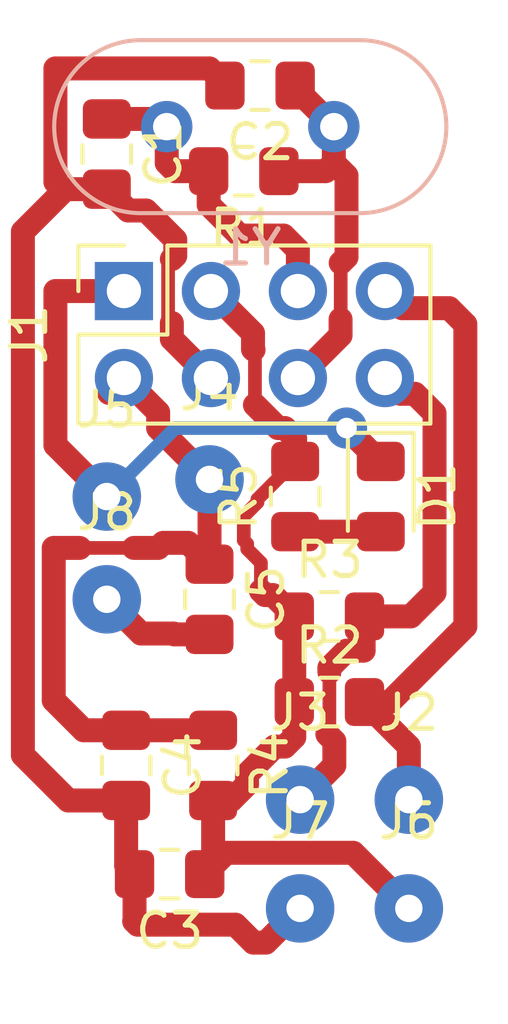
<source format=kicad_pcb>
(kicad_pcb (version 20171130) (host pcbnew 5.1.2)

  (general
    (thickness 1.6)
    (drawings 0)
    (tracks 140)
    (zones 0)
    (modules 20)
    (nets 11)
  )

  (page A4)
  (layers
    (0 F.Cu signal)
    (31 B.Cu signal)
    (32 B.Adhes user)
    (33 F.Adhes user)
    (34 B.Paste user)
    (35 F.Paste user)
    (36 B.SilkS user)
    (37 F.SilkS user)
    (38 B.Mask user)
    (39 F.Mask user)
    (40 Dwgs.User user hide)
    (41 Cmts.User user hide)
    (42 Eco1.User user hide)
    (43 Eco2.User user hide)
    (44 Edge.Cuts user hide)
    (45 Margin user hide)
    (46 B.CrtYd user)
    (47 F.CrtYd user)
    (48 B.Fab user hide)
    (49 F.Fab user)
  )

  (setup
    (last_trace_width 0.4)
    (user_trace_width 0.4)
    (user_trace_width 0.5)
    (user_trace_width 0.7)
    (trace_clearance 0.2)
    (zone_clearance 0.508)
    (zone_45_only no)
    (trace_min 0.2)
    (via_size 0.8)
    (via_drill 0.4)
    (via_min_size 0.4)
    (via_min_drill 0.3)
    (user_via 1.2 0.6)
    (uvia_size 0.3)
    (uvia_drill 0.1)
    (uvias_allowed no)
    (uvia_min_size 0.2)
    (uvia_min_drill 0.1)
    (edge_width 0.05)
    (segment_width 0.2)
    (pcb_text_width 0.3)
    (pcb_text_size 1.5 1.5)
    (mod_edge_width 0.12)
    (mod_text_size 1 1)
    (mod_text_width 0.15)
    (pad_size 1.524 1.524)
    (pad_drill 0.762)
    (pad_to_mask_clearance 0.051)
    (solder_mask_min_width 0.25)
    (aux_axis_origin 0 0)
    (visible_elements FFFFFF7F)
    (pcbplotparams
      (layerselection 0x00000_7fffffff)
      (usegerberextensions false)
      (usegerberattributes false)
      (usegerberadvancedattributes false)
      (creategerberjobfile false)
      (excludeedgelayer true)
      (linewidth 0.100000)
      (plotframeref false)
      (viasonmask false)
      (mode 1)
      (useauxorigin false)
      (hpglpennumber 1)
      (hpglpenspeed 20)
      (hpglpendiameter 15.000000)
      (psnegative false)
      (psa4output false)
      (plotreference true)
      (plotvalue true)
      (plotinvisibletext false)
      (padsonsilk false)
      (subtractmaskfromsilk false)
      (outputformat 5)
      (mirror false)
      (drillshape 1)
      (scaleselection 1)
      (outputdirectory "./"))
  )

  (net 0 "")
  (net 1 GND)
  (net 2 XTAL2)
  (net 3 XTAL1)
  (net 4 SDA)
  (net 5 SCL)
  (net 6 VCC)
  (net 7 ~RST)
  (net 8 PG4)
  (net 9 "Net-(D1-Pad2)")
  (net 10 "Net-(C5-Pad2)")

  (net_class Default "Это класс цепей по умолчанию."
    (clearance 0.2)
    (trace_width 0.25)
    (via_dia 0.8)
    (via_drill 0.4)
    (uvia_dia 0.3)
    (uvia_drill 0.1)
    (add_net GND)
    (add_net "Net-(C5-Pad2)")
    (add_net "Net-(D1-Pad2)")
    (add_net PG4)
    (add_net SCL)
    (add_net SDA)
    (add_net VCC)
    (add_net XTAL1)
    (add_net XTAL2)
    (add_net ~RST)
  )

  (module Connector_Wire:SolderWirePad_1x01_Drill0.8mm (layer F.Cu) (tedit 5A2676A0) (tstamp 5CBEAA59)
    (at 78.5 63)
    (descr "Wire solder connection")
    (tags connector)
    (path /5CBFD6F6)
    (attr virtual)
    (fp_text reference J4 (at 0 -2.54) (layer F.SilkS)
      (effects (font (size 1 1) (thickness 0.15)))
    )
    (fp_text value ~RST (at 0 2.54) (layer F.Fab)
      (effects (font (size 1 1) (thickness 0.15)))
    )
    (fp_line (start 1.5 1.5) (end -1.5 1.5) (layer F.CrtYd) (width 0.05))
    (fp_line (start 1.5 1.5) (end 1.5 -1.5) (layer F.CrtYd) (width 0.05))
    (fp_line (start -1.5 -1.5) (end -1.5 1.5) (layer F.CrtYd) (width 0.05))
    (fp_line (start -1.5 -1.5) (end 1.5 -1.5) (layer F.CrtYd) (width 0.05))
    (fp_text user %R (at 0 0) (layer F.Fab)
      (effects (font (size 1 1) (thickness 0.15)))
    )
    (pad 1 thru_hole circle (at 0 0) (size 1.99898 1.99898) (drill 0.8001) (layers *.Cu *.Mask)
      (net 7 ~RST))
  )

  (module Connector_Wire:SolderWirePad_1x01_Drill0.8mm (layer F.Cu) (tedit 5A2676A0) (tstamp 5CC25CDF)
    (at 75.5 66.5)
    (descr "Wire solder connection")
    (tags connector)
    (path /5CC2698C)
    (attr virtual)
    (fp_text reference J8 (at 0 -2.54) (layer F.SilkS)
      (effects (font (size 1 1) (thickness 0.15)))
    )
    (fp_text value DTR (at 0 2.54) (layer F.Fab)
      (effects (font (size 1 1) (thickness 0.15)))
    )
    (fp_line (start 1.5 1.5) (end -1.5 1.5) (layer F.CrtYd) (width 0.05))
    (fp_line (start 1.5 1.5) (end 1.5 -1.5) (layer F.CrtYd) (width 0.05))
    (fp_line (start -1.5 -1.5) (end -1.5 1.5) (layer F.CrtYd) (width 0.05))
    (fp_line (start -1.5 -1.5) (end 1.5 -1.5) (layer F.CrtYd) (width 0.05))
    (fp_text user %R (at 0 0) (layer F.Fab)
      (effects (font (size 1 1) (thickness 0.15)))
    )
    (pad 1 thru_hole circle (at 0 0) (size 1.99898 1.99898) (drill 0.8001) (layers *.Cu *.Mask)
      (net 10 "Net-(C5-Pad2)"))
  )

  (module Capacitor_SMD:C_0805_2012Metric_Pad1.15x1.40mm_HandSolder (layer F.Cu) (tedit 5B36C52B) (tstamp 5CC25C41)
    (at 78.5 66.5 270)
    (descr "Capacitor SMD 0805 (2012 Metric), square (rectangular) end terminal, IPC_7351 nominal with elongated pad for handsoldering. (Body size source: https://docs.google.com/spreadsheets/d/1BsfQQcO9C6DZCsRaXUlFlo91Tg2WpOkGARC1WS5S8t0/edit?usp=sharing), generated with kicad-footprint-generator")
    (tags "capacitor handsolder")
    (path /5CC25E7D)
    (attr smd)
    (fp_text reference C5 (at 0 -1.65 90) (layer F.SilkS)
      (effects (font (size 1 1) (thickness 0.15)))
    )
    (fp_text value 100n (at 0 1.65 90) (layer F.Fab)
      (effects (font (size 1 1) (thickness 0.15)))
    )
    (fp_text user %R (at 0 0 90) (layer F.Fab)
      (effects (font (size 0.5 0.5) (thickness 0.08)))
    )
    (fp_line (start 1.85 0.95) (end -1.85 0.95) (layer F.CrtYd) (width 0.05))
    (fp_line (start 1.85 -0.95) (end 1.85 0.95) (layer F.CrtYd) (width 0.05))
    (fp_line (start -1.85 -0.95) (end 1.85 -0.95) (layer F.CrtYd) (width 0.05))
    (fp_line (start -1.85 0.95) (end -1.85 -0.95) (layer F.CrtYd) (width 0.05))
    (fp_line (start -0.261252 0.71) (end 0.261252 0.71) (layer F.SilkS) (width 0.12))
    (fp_line (start -0.261252 -0.71) (end 0.261252 -0.71) (layer F.SilkS) (width 0.12))
    (fp_line (start 1 0.6) (end -1 0.6) (layer F.Fab) (width 0.1))
    (fp_line (start 1 -0.6) (end 1 0.6) (layer F.Fab) (width 0.1))
    (fp_line (start -1 -0.6) (end 1 -0.6) (layer F.Fab) (width 0.1))
    (fp_line (start -1 0.6) (end -1 -0.6) (layer F.Fab) (width 0.1))
    (pad 2 smd roundrect (at 1.025 0 270) (size 1.15 1.4) (layers F.Cu F.Paste F.Mask) (roundrect_rratio 0.217391)
      (net 10 "Net-(C5-Pad2)"))
    (pad 1 smd roundrect (at -1.025 0 270) (size 1.15 1.4) (layers F.Cu F.Paste F.Mask) (roundrect_rratio 0.217391)
      (net 7 ~RST))
    (model ${KISYS3DMOD}/Capacitor_SMD.3dshapes/C_0805_2012Metric.wrl
      (at (xyz 0 0 0))
      (scale (xyz 1 1 1))
      (rotate (xyz 0 0 0))
    )
  )

  (module Resistor_SMD:R_0805_2012Metric_Pad1.15x1.40mm_HandSolder (layer F.Cu) (tedit 5B36C52B) (tstamp 5CC12FAC)
    (at 81 63.5 90)
    (descr "Resistor SMD 0805 (2012 Metric), square (rectangular) end terminal, IPC_7351 nominal with elongated pad for handsoldering. (Body size source: https://docs.google.com/spreadsheets/d/1BsfQQcO9C6DZCsRaXUlFlo91Tg2WpOkGARC1WS5S8t0/edit?usp=sharing), generated with kicad-footprint-generator")
    (tags "resistor handsolder")
    (path /5CC17C7D)
    (attr smd)
    (fp_text reference R5 (at 0 -1.65 90) (layer F.SilkS)
      (effects (font (size 1 1) (thickness 0.15)))
    )
    (fp_text value 1K (at 0 1.65 90) (layer F.Fab)
      (effects (font (size 1 1) (thickness 0.15)))
    )
    (fp_text user %R (at 0 0 90) (layer F.Fab)
      (effects (font (size 0.5 0.5) (thickness 0.08)))
    )
    (fp_line (start 1.85 0.95) (end -1.85 0.95) (layer F.CrtYd) (width 0.05))
    (fp_line (start 1.85 -0.95) (end 1.85 0.95) (layer F.CrtYd) (width 0.05))
    (fp_line (start -1.85 -0.95) (end 1.85 -0.95) (layer F.CrtYd) (width 0.05))
    (fp_line (start -1.85 0.95) (end -1.85 -0.95) (layer F.CrtYd) (width 0.05))
    (fp_line (start -0.261252 0.71) (end 0.261252 0.71) (layer F.SilkS) (width 0.12))
    (fp_line (start -0.261252 -0.71) (end 0.261252 -0.71) (layer F.SilkS) (width 0.12))
    (fp_line (start 1 0.6) (end -1 0.6) (layer F.Fab) (width 0.1))
    (fp_line (start 1 -0.6) (end 1 0.6) (layer F.Fab) (width 0.1))
    (fp_line (start -1 -0.6) (end 1 -0.6) (layer F.Fab) (width 0.1))
    (fp_line (start -1 0.6) (end -1 -0.6) (layer F.Fab) (width 0.1))
    (pad 2 smd roundrect (at 1.025 0 90) (size 1.15 1.4) (layers F.Cu F.Paste F.Mask) (roundrect_rratio 0.217391)
      (net 6 VCC))
    (pad 1 smd roundrect (at -1.025 0 90) (size 1.15 1.4) (layers F.Cu F.Paste F.Mask) (roundrect_rratio 0.217391)
      (net 9 "Net-(D1-Pad2)"))
    (model ${KISYS3DMOD}/Resistor_SMD.3dshapes/R_0805_2012Metric.wrl
      (at (xyz 0 0 0))
      (scale (xyz 1 1 1))
      (rotate (xyz 0 0 0))
    )
  )

  (module Resistor_SMD:R_0805_2012Metric_Pad1.15x1.40mm_HandSolder (layer F.Cu) (tedit 5B36C52B) (tstamp 5CC12F9B)
    (at 78.605 71.35 270)
    (descr "Resistor SMD 0805 (2012 Metric), square (rectangular) end terminal, IPC_7351 nominal with elongated pad for handsoldering. (Body size source: https://docs.google.com/spreadsheets/d/1BsfQQcO9C6DZCsRaXUlFlo91Tg2WpOkGARC1WS5S8t0/edit?usp=sharing), generated with kicad-footprint-generator")
    (tags "resistor handsolder")
    (path /5CC1D2A1)
    (attr smd)
    (fp_text reference R4 (at 0 -1.65 90) (layer F.SilkS)
      (effects (font (size 1 1) (thickness 0.15)))
    )
    (fp_text value 1K (at 0 1.65 90) (layer F.Fab)
      (effects (font (size 1 1) (thickness 0.15)))
    )
    (fp_text user %R (at 0 0 90) (layer F.Fab)
      (effects (font (size 0.5 0.5) (thickness 0.08)))
    )
    (fp_line (start 1.85 0.95) (end -1.85 0.95) (layer F.CrtYd) (width 0.05))
    (fp_line (start 1.85 -0.95) (end 1.85 0.95) (layer F.CrtYd) (width 0.05))
    (fp_line (start -1.85 -0.95) (end 1.85 -0.95) (layer F.CrtYd) (width 0.05))
    (fp_line (start -1.85 0.95) (end -1.85 -0.95) (layer F.CrtYd) (width 0.05))
    (fp_line (start -0.261252 0.71) (end 0.261252 0.71) (layer F.SilkS) (width 0.12))
    (fp_line (start -0.261252 -0.71) (end 0.261252 -0.71) (layer F.SilkS) (width 0.12))
    (fp_line (start 1 0.6) (end -1 0.6) (layer F.Fab) (width 0.1))
    (fp_line (start 1 -0.6) (end 1 0.6) (layer F.Fab) (width 0.1))
    (fp_line (start -1 -0.6) (end 1 -0.6) (layer F.Fab) (width 0.1))
    (fp_line (start -1 0.6) (end -1 -0.6) (layer F.Fab) (width 0.1))
    (pad 2 smd roundrect (at 1.025 0 270) (size 1.15 1.4) (layers F.Cu F.Paste F.Mask) (roundrect_rratio 0.217391)
      (net 6 VCC))
    (pad 1 smd roundrect (at -1.025 0 270) (size 1.15 1.4) (layers F.Cu F.Paste F.Mask) (roundrect_rratio 0.217391)
      (net 7 ~RST))
    (model ${KISYS3DMOD}/Resistor_SMD.3dshapes/R_0805_2012Metric.wrl
      (at (xyz 0 0 0))
      (scale (xyz 1 1 1))
      (rotate (xyz 0 0 0))
    )
  )

  (module LED_SMD:LED_0805_2012Metric_Pad1.15x1.40mm_HandSolder (layer F.Cu) (tedit 5B4B45C9) (tstamp 5CC12E84)
    (at 83.5 63.5 270)
    (descr "LED SMD 0805 (2012 Metric), square (rectangular) end terminal, IPC_7351 nominal, (Body size source: https://docs.google.com/spreadsheets/d/1BsfQQcO9C6DZCsRaXUlFlo91Tg2WpOkGARC1WS5S8t0/edit?usp=sharing), generated with kicad-footprint-generator")
    (tags "LED handsolder")
    (path /5CC141EC)
    (attr smd)
    (fp_text reference D1 (at 0 -1.65 90) (layer F.SilkS)
      (effects (font (size 1 1) (thickness 0.15)))
    )
    (fp_text value LED (at 0 1.65 90) (layer F.Fab)
      (effects (font (size 1 1) (thickness 0.15)))
    )
    (fp_text user %R (at 0 0 90) (layer F.Fab)
      (effects (font (size 0.5 0.5) (thickness 0.08)))
    )
    (fp_line (start 1.85 0.95) (end -1.85 0.95) (layer F.CrtYd) (width 0.05))
    (fp_line (start 1.85 -0.95) (end 1.85 0.95) (layer F.CrtYd) (width 0.05))
    (fp_line (start -1.85 -0.95) (end 1.85 -0.95) (layer F.CrtYd) (width 0.05))
    (fp_line (start -1.85 0.95) (end -1.85 -0.95) (layer F.CrtYd) (width 0.05))
    (fp_line (start -1.86 0.96) (end 1 0.96) (layer F.SilkS) (width 0.12))
    (fp_line (start -1.86 -0.96) (end -1.86 0.96) (layer F.SilkS) (width 0.12))
    (fp_line (start 1 -0.96) (end -1.86 -0.96) (layer F.SilkS) (width 0.12))
    (fp_line (start 1 0.6) (end 1 -0.6) (layer F.Fab) (width 0.1))
    (fp_line (start -1 0.6) (end 1 0.6) (layer F.Fab) (width 0.1))
    (fp_line (start -1 -0.3) (end -1 0.6) (layer F.Fab) (width 0.1))
    (fp_line (start -0.7 -0.6) (end -1 -0.3) (layer F.Fab) (width 0.1))
    (fp_line (start 1 -0.6) (end -0.7 -0.6) (layer F.Fab) (width 0.1))
    (pad 2 smd roundrect (at 1.025 0 270) (size 1.15 1.4) (layers F.Cu F.Paste F.Mask) (roundrect_rratio 0.217391)
      (net 9 "Net-(D1-Pad2)"))
    (pad 1 smd roundrect (at -1.025 0 270) (size 1.15 1.4) (layers F.Cu F.Paste F.Mask) (roundrect_rratio 0.217391)
      (net 8 PG4))
    (model ${KISYS3DMOD}/LED_SMD.3dshapes/LED_0805_2012Metric.wrl
      (at (xyz 0 0 0))
      (scale (xyz 1 1 1))
      (rotate (xyz 0 0 0))
    )
  )

  (module Capacitor_SMD:C_0805_2012Metric_Pad1.15x1.40mm_HandSolder (layer F.Cu) (tedit 5B36C52B) (tstamp 5CC12E71)
    (at 76.065 71.35 270)
    (descr "Capacitor SMD 0805 (2012 Metric), square (rectangular) end terminal, IPC_7351 nominal with elongated pad for handsoldering. (Body size source: https://docs.google.com/spreadsheets/d/1BsfQQcO9C6DZCsRaXUlFlo91Tg2WpOkGARC1WS5S8t0/edit?usp=sharing), generated with kicad-footprint-generator")
    (tags "capacitor handsolder")
    (path /5CC1A304)
    (attr smd)
    (fp_text reference C4 (at 0 -1.65 90) (layer F.SilkS)
      (effects (font (size 1 1) (thickness 0.15)))
    )
    (fp_text value 100n (at 0 1.65 90) (layer F.Fab)
      (effects (font (size 1 1) (thickness 0.15)))
    )
    (fp_text user %R (at 0 0 90) (layer F.Fab)
      (effects (font (size 0.5 0.5) (thickness 0.08)))
    )
    (fp_line (start 1.85 0.95) (end -1.85 0.95) (layer F.CrtYd) (width 0.05))
    (fp_line (start 1.85 -0.95) (end 1.85 0.95) (layer F.CrtYd) (width 0.05))
    (fp_line (start -1.85 -0.95) (end 1.85 -0.95) (layer F.CrtYd) (width 0.05))
    (fp_line (start -1.85 0.95) (end -1.85 -0.95) (layer F.CrtYd) (width 0.05))
    (fp_line (start -0.261252 0.71) (end 0.261252 0.71) (layer F.SilkS) (width 0.12))
    (fp_line (start -0.261252 -0.71) (end 0.261252 -0.71) (layer F.SilkS) (width 0.12))
    (fp_line (start 1 0.6) (end -1 0.6) (layer F.Fab) (width 0.1))
    (fp_line (start 1 -0.6) (end 1 0.6) (layer F.Fab) (width 0.1))
    (fp_line (start -1 -0.6) (end 1 -0.6) (layer F.Fab) (width 0.1))
    (fp_line (start -1 0.6) (end -1 -0.6) (layer F.Fab) (width 0.1))
    (pad 2 smd roundrect (at 1.025 0 270) (size 1.15 1.4) (layers F.Cu F.Paste F.Mask) (roundrect_rratio 0.217391)
      (net 1 GND))
    (pad 1 smd roundrect (at -1.025 0 270) (size 1.15 1.4) (layers F.Cu F.Paste F.Mask) (roundrect_rratio 0.217391)
      (net 7 ~RST))
    (model ${KISYS3DMOD}/Capacitor_SMD.3dshapes/C_0805_2012Metric.wrl
      (at (xyz 0 0 0))
      (scale (xyz 1 1 1))
      (rotate (xyz 0 0 0))
    )
  )

  (module Capacitor_SMD:C_0805_2012Metric_Pad1.15x1.40mm_HandSolder (layer F.Cu) (tedit 5B36C52B) (tstamp 5CC13110)
    (at 77.335 74.525 180)
    (descr "Capacitor SMD 0805 (2012 Metric), square (rectangular) end terminal, IPC_7351 nominal with elongated pad for handsoldering. (Body size source: https://docs.google.com/spreadsheets/d/1BsfQQcO9C6DZCsRaXUlFlo91Tg2WpOkGARC1WS5S8t0/edit?usp=sharing), generated with kicad-footprint-generator")
    (tags "capacitor handsolder")
    (path /5CC096F5)
    (attr smd)
    (fp_text reference C3 (at 0 -1.65) (layer F.SilkS)
      (effects (font (size 1 1) (thickness 0.15)))
    )
    (fp_text value 100n (at 0 1.65) (layer F.Fab)
      (effects (font (size 1 1) (thickness 0.15)))
    )
    (fp_text user %R (at 0 0) (layer F.Fab)
      (effects (font (size 0.5 0.5) (thickness 0.08)))
    )
    (fp_line (start 1.85 0.95) (end -1.85 0.95) (layer F.CrtYd) (width 0.05))
    (fp_line (start 1.85 -0.95) (end 1.85 0.95) (layer F.CrtYd) (width 0.05))
    (fp_line (start -1.85 -0.95) (end 1.85 -0.95) (layer F.CrtYd) (width 0.05))
    (fp_line (start -1.85 0.95) (end -1.85 -0.95) (layer F.CrtYd) (width 0.05))
    (fp_line (start -0.261252 0.71) (end 0.261252 0.71) (layer F.SilkS) (width 0.12))
    (fp_line (start -0.261252 -0.71) (end 0.261252 -0.71) (layer F.SilkS) (width 0.12))
    (fp_line (start 1 0.6) (end -1 0.6) (layer F.Fab) (width 0.1))
    (fp_line (start 1 -0.6) (end 1 0.6) (layer F.Fab) (width 0.1))
    (fp_line (start -1 -0.6) (end 1 -0.6) (layer F.Fab) (width 0.1))
    (fp_line (start -1 0.6) (end -1 -0.6) (layer F.Fab) (width 0.1))
    (pad 2 smd roundrect (at 1.025 0 180) (size 1.15 1.4) (layers F.Cu F.Paste F.Mask) (roundrect_rratio 0.217391)
      (net 1 GND))
    (pad 1 smd roundrect (at -1.025 0 180) (size 1.15 1.4) (layers F.Cu F.Paste F.Mask) (roundrect_rratio 0.217391)
      (net 6 VCC))
    (model ${KISYS3DMOD}/Capacitor_SMD.3dshapes/C_0805_2012Metric.wrl
      (at (xyz 0 0 0))
      (scale (xyz 1 1 1))
      (rotate (xyz 0 0 0))
    )
  )

  (module Connector_Wire:SolderWirePad_1x01_Drill0.8mm (layer F.Cu) (tedit 5A2676A0) (tstamp 5CBEB314)
    (at 81.145 75.525)
    (descr "Wire solder connection")
    (tags connector)
    (path /5CC01AD8)
    (attr virtual)
    (fp_text reference J7 (at 0 -2.54) (layer F.SilkS)
      (effects (font (size 1 1) (thickness 0.15)))
    )
    (fp_text value GND (at 0 2.54) (layer F.Fab)
      (effects (font (size 1 1) (thickness 0.15)))
    )
    (fp_line (start 1.5 1.5) (end -1.5 1.5) (layer F.CrtYd) (width 0.05))
    (fp_line (start 1.5 1.5) (end 1.5 -1.5) (layer F.CrtYd) (width 0.05))
    (fp_line (start -1.5 -1.5) (end -1.5 1.5) (layer F.CrtYd) (width 0.05))
    (fp_line (start -1.5 -1.5) (end 1.5 -1.5) (layer F.CrtYd) (width 0.05))
    (fp_text user %R (at 0 0) (layer F.Fab)
      (effects (font (size 1 1) (thickness 0.15)))
    )
    (pad 1 thru_hole circle (at 0 0) (size 1.99898 1.99898) (drill 0.8001) (layers *.Cu *.Mask)
      (net 1 GND))
  )

  (module Connector_Wire:SolderWirePad_1x01_Drill0.8mm (layer F.Cu) (tedit 5A2676A0) (tstamp 5CBEB30A)
    (at 84.32 75.525)
    (descr "Wire solder connection")
    (tags connector)
    (path /5CC01834)
    (attr virtual)
    (fp_text reference J6 (at 0 -2.54) (layer F.SilkS)
      (effects (font (size 1 1) (thickness 0.15)))
    )
    (fp_text value VCC (at 0 2.54) (layer F.Fab)
      (effects (font (size 1 1) (thickness 0.15)))
    )
    (fp_line (start 1.5 1.5) (end -1.5 1.5) (layer F.CrtYd) (width 0.05))
    (fp_line (start 1.5 1.5) (end 1.5 -1.5) (layer F.CrtYd) (width 0.05))
    (fp_line (start -1.5 -1.5) (end -1.5 1.5) (layer F.CrtYd) (width 0.05))
    (fp_line (start -1.5 -1.5) (end 1.5 -1.5) (layer F.CrtYd) (width 0.05))
    (fp_text user %R (at 0 0) (layer F.Fab)
      (effects (font (size 1 1) (thickness 0.15)))
    )
    (pad 1 thru_hole circle (at 0 0) (size 1.99898 1.99898) (drill 0.8001) (layers *.Cu *.Mask)
      (net 6 VCC))
  )

  (module Connector_Wire:SolderWirePad_1x01_Drill0.8mm (layer F.Cu) (tedit 5A2676A0) (tstamp 5CBEAA63)
    (at 75.5 63.5)
    (descr "Wire solder connection")
    (tags connector)
    (path /5CBFDD1D)
    (attr virtual)
    (fp_text reference J5 (at 0 -2.54) (layer F.SilkS)
      (effects (font (size 1 1) (thickness 0.15)))
    )
    (fp_text value PG4 (at 0 2.54) (layer F.Fab)
      (effects (font (size 1 1) (thickness 0.15)))
    )
    (fp_line (start 1.5 1.5) (end -1.5 1.5) (layer F.CrtYd) (width 0.05))
    (fp_line (start 1.5 1.5) (end 1.5 -1.5) (layer F.CrtYd) (width 0.05))
    (fp_line (start -1.5 -1.5) (end -1.5 1.5) (layer F.CrtYd) (width 0.05))
    (fp_line (start -1.5 -1.5) (end 1.5 -1.5) (layer F.CrtYd) (width 0.05))
    (fp_text user %R (at 0 0) (layer F.Fab)
      (effects (font (size 1 1) (thickness 0.15)))
    )
    (pad 1 thru_hole circle (at 0 0) (size 1.99898 1.99898) (drill 0.8001) (layers *.Cu *.Mask)
      (net 8 PG4))
  )

  (module Crystal:Crystal_HC49-4H_Vertical (layer B.Cu) (tedit 5A1AD3B7) (tstamp 5CBEB559)
    (at 77.25 52.7)
    (descr "Crystal THT HC-49-4H http://5hertz.com/pdfs/04404_D.pdf")
    (tags "THT crystalHC-49-4H")
    (path /5CBE94E2)
    (fp_text reference Y1 (at 2.44 3.525) (layer B.SilkS)
      (effects (font (size 1 1) (thickness 0.15)) (justify mirror))
    )
    (fp_text value Crystal (at 2.44 -3.525) (layer B.Fab)
      (effects (font (size 1 1) (thickness 0.15)) (justify mirror))
    )
    (fp_arc (start 5.64 0) (end 5.64 2.525) (angle -180) (layer B.SilkS) (width 0.12))
    (fp_arc (start -0.76 0) (end -0.76 2.525) (angle 180) (layer B.SilkS) (width 0.12))
    (fp_arc (start 5.44 0) (end 5.44 2) (angle -180) (layer B.Fab) (width 0.1))
    (fp_arc (start -0.56 0) (end -0.56 2) (angle 180) (layer B.Fab) (width 0.1))
    (fp_arc (start 5.64 0) (end 5.64 2.325) (angle -180) (layer B.Fab) (width 0.1))
    (fp_arc (start -0.76 0) (end -0.76 2.325) (angle 180) (layer B.Fab) (width 0.1))
    (fp_line (start 8.5 2.8) (end -3.6 2.8) (layer B.CrtYd) (width 0.05))
    (fp_line (start 8.5 -2.8) (end 8.5 2.8) (layer B.CrtYd) (width 0.05))
    (fp_line (start -3.6 -2.8) (end 8.5 -2.8) (layer B.CrtYd) (width 0.05))
    (fp_line (start -3.6 2.8) (end -3.6 -2.8) (layer B.CrtYd) (width 0.05))
    (fp_line (start -0.76 -2.525) (end 5.64 -2.525) (layer B.SilkS) (width 0.12))
    (fp_line (start -0.76 2.525) (end 5.64 2.525) (layer B.SilkS) (width 0.12))
    (fp_line (start -0.56 -2) (end 5.44 -2) (layer B.Fab) (width 0.1))
    (fp_line (start -0.56 2) (end 5.44 2) (layer B.Fab) (width 0.1))
    (fp_line (start -0.76 -2.325) (end 5.64 -2.325) (layer B.Fab) (width 0.1))
    (fp_line (start -0.76 2.325) (end 5.64 2.325) (layer B.Fab) (width 0.1))
    (fp_text user %R (at 2.44 0) (layer B.Fab)
      (effects (font (size 1 1) (thickness 0.15)) (justify mirror))
    )
    (pad 2 thru_hole circle (at 4.88 0) (size 1.5 1.5) (drill 0.8) (layers *.Cu *.Mask)
      (net 3 XTAL1))
    (pad 1 thru_hole circle (at 0 0) (size 1.5 1.5) (drill 0.8) (layers *.Cu *.Mask)
      (net 2 XTAL2))
    (model ${KISYS3DMOD}/Crystal.3dshapes/Crystal_HC49-4H_Vertical.wrl
      (at (xyz 0 0 0))
      (scale (xyz 1 1 1))
      (rotate (xyz 0 0 0))
    )
  )

  (module Resistor_SMD:R_0805_2012Metric_Pad1.15x1.40mm_HandSolder (layer F.Cu) (tedit 5B36C52B) (tstamp 5CBEA2A4)
    (at 82 67)
    (descr "Resistor SMD 0805 (2012 Metric), square (rectangular) end terminal, IPC_7351 nominal with elongated pad for handsoldering. (Body size source: https://docs.google.com/spreadsheets/d/1BsfQQcO9C6DZCsRaXUlFlo91Tg2WpOkGARC1WS5S8t0/edit?usp=sharing), generated with kicad-footprint-generator")
    (tags "resistor handsolder")
    (path /5CBFAC86)
    (attr smd)
    (fp_text reference R3 (at 0 -1.65) (layer F.SilkS)
      (effects (font (size 1 1) (thickness 0.15)))
    )
    (fp_text value 10K (at 0 1.65) (layer F.Fab)
      (effects (font (size 1 1) (thickness 0.15)))
    )
    (fp_text user %R (at 0 0) (layer F.Fab)
      (effects (font (size 0.5 0.5) (thickness 0.08)))
    )
    (fp_line (start 1.85 0.95) (end -1.85 0.95) (layer F.CrtYd) (width 0.05))
    (fp_line (start 1.85 -0.95) (end 1.85 0.95) (layer F.CrtYd) (width 0.05))
    (fp_line (start -1.85 -0.95) (end 1.85 -0.95) (layer F.CrtYd) (width 0.05))
    (fp_line (start -1.85 0.95) (end -1.85 -0.95) (layer F.CrtYd) (width 0.05))
    (fp_line (start -0.261252 0.71) (end 0.261252 0.71) (layer F.SilkS) (width 0.12))
    (fp_line (start -0.261252 -0.71) (end 0.261252 -0.71) (layer F.SilkS) (width 0.12))
    (fp_line (start 1 0.6) (end -1 0.6) (layer F.Fab) (width 0.1))
    (fp_line (start 1 -0.6) (end 1 0.6) (layer F.Fab) (width 0.1))
    (fp_line (start -1 -0.6) (end 1 -0.6) (layer F.Fab) (width 0.1))
    (fp_line (start -1 0.6) (end -1 -0.6) (layer F.Fab) (width 0.1))
    (pad 2 smd roundrect (at 1.025 0) (size 1.15 1.4) (layers F.Cu F.Paste F.Mask) (roundrect_rratio 0.217391)
      (net 4 SDA))
    (pad 1 smd roundrect (at -1.025 0) (size 1.15 1.4) (layers F.Cu F.Paste F.Mask) (roundrect_rratio 0.217391)
      (net 6 VCC))
    (model ${KISYS3DMOD}/Resistor_SMD.3dshapes/R_0805_2012Metric.wrl
      (at (xyz 0 0 0))
      (scale (xyz 1 1 1))
      (rotate (xyz 0 0 0))
    )
  )

  (module Resistor_SMD:R_0805_2012Metric_Pad1.15x1.40mm_HandSolder (layer F.Cu) (tedit 5B36C52B) (tstamp 5CBEA293)
    (at 82 69.5)
    (descr "Resistor SMD 0805 (2012 Metric), square (rectangular) end terminal, IPC_7351 nominal with elongated pad for handsoldering. (Body size source: https://docs.google.com/spreadsheets/d/1BsfQQcO9C6DZCsRaXUlFlo91Tg2WpOkGARC1WS5S8t0/edit?usp=sharing), generated with kicad-footprint-generator")
    (tags "resistor handsolder")
    (path /5CBFA32C)
    (attr smd)
    (fp_text reference R2 (at 0 -1.65) (layer F.SilkS)
      (effects (font (size 1 1) (thickness 0.15)))
    )
    (fp_text value 10K (at 0 1.65) (layer F.Fab)
      (effects (font (size 1 1) (thickness 0.15)))
    )
    (fp_text user %R (at 0 0) (layer F.Fab)
      (effects (font (size 0.5 0.5) (thickness 0.08)))
    )
    (fp_line (start 1.85 0.95) (end -1.85 0.95) (layer F.CrtYd) (width 0.05))
    (fp_line (start 1.85 -0.95) (end 1.85 0.95) (layer F.CrtYd) (width 0.05))
    (fp_line (start -1.85 -0.95) (end 1.85 -0.95) (layer F.CrtYd) (width 0.05))
    (fp_line (start -1.85 0.95) (end -1.85 -0.95) (layer F.CrtYd) (width 0.05))
    (fp_line (start -0.261252 0.71) (end 0.261252 0.71) (layer F.SilkS) (width 0.12))
    (fp_line (start -0.261252 -0.71) (end 0.261252 -0.71) (layer F.SilkS) (width 0.12))
    (fp_line (start 1 0.6) (end -1 0.6) (layer F.Fab) (width 0.1))
    (fp_line (start 1 -0.6) (end 1 0.6) (layer F.Fab) (width 0.1))
    (fp_line (start -1 -0.6) (end 1 -0.6) (layer F.Fab) (width 0.1))
    (fp_line (start -1 0.6) (end -1 -0.6) (layer F.Fab) (width 0.1))
    (pad 2 smd roundrect (at 1.025 0) (size 1.15 1.4) (layers F.Cu F.Paste F.Mask) (roundrect_rratio 0.217391)
      (net 5 SCL))
    (pad 1 smd roundrect (at -1.025 0) (size 1.15 1.4) (layers F.Cu F.Paste F.Mask) (roundrect_rratio 0.217391)
      (net 6 VCC))
    (model ${KISYS3DMOD}/Resistor_SMD.3dshapes/R_0805_2012Metric.wrl
      (at (xyz 0 0 0))
      (scale (xyz 1 1 1))
      (rotate (xyz 0 0 0))
    )
  )

  (module Resistor_SMD:R_0805_2012Metric_Pad1.15x1.40mm_HandSolder (layer F.Cu) (tedit 5B36C52B) (tstamp 5CBEA282)
    (at 79.5 54 180)
    (descr "Resistor SMD 0805 (2012 Metric), square (rectangular) end terminal, IPC_7351 nominal with elongated pad for handsoldering. (Body size source: https://docs.google.com/spreadsheets/d/1BsfQQcO9C6DZCsRaXUlFlo91Tg2WpOkGARC1WS5S8t0/edit?usp=sharing), generated with kicad-footprint-generator")
    (tags "resistor handsolder")
    (path /5CBEAE25)
    (attr smd)
    (fp_text reference R1 (at 0 -1.65 180) (layer F.SilkS)
      (effects (font (size 1 1) (thickness 0.15)))
    )
    (fp_text value 1M (at 0 1.65 180) (layer F.Fab)
      (effects (font (size 1 1) (thickness 0.15)))
    )
    (fp_text user %R (at 0 0 180) (layer F.Fab)
      (effects (font (size 0.5 0.5) (thickness 0.08)))
    )
    (fp_line (start 1.85 0.95) (end -1.85 0.95) (layer F.CrtYd) (width 0.05))
    (fp_line (start 1.85 -0.95) (end 1.85 0.95) (layer F.CrtYd) (width 0.05))
    (fp_line (start -1.85 -0.95) (end 1.85 -0.95) (layer F.CrtYd) (width 0.05))
    (fp_line (start -1.85 0.95) (end -1.85 -0.95) (layer F.CrtYd) (width 0.05))
    (fp_line (start -0.261252 0.71) (end 0.261252 0.71) (layer F.SilkS) (width 0.12))
    (fp_line (start -0.261252 -0.71) (end 0.261252 -0.71) (layer F.SilkS) (width 0.12))
    (fp_line (start 1 0.6) (end -1 0.6) (layer F.Fab) (width 0.1))
    (fp_line (start 1 -0.6) (end 1 0.6) (layer F.Fab) (width 0.1))
    (fp_line (start -1 -0.6) (end 1 -0.6) (layer F.Fab) (width 0.1))
    (fp_line (start -1 0.6) (end -1 -0.6) (layer F.Fab) (width 0.1))
    (pad 2 smd roundrect (at 1.025 0 180) (size 1.15 1.4) (layers F.Cu F.Paste F.Mask) (roundrect_rratio 0.217391)
      (net 2 XTAL2))
    (pad 1 smd roundrect (at -1.025 0 180) (size 1.15 1.4) (layers F.Cu F.Paste F.Mask) (roundrect_rratio 0.217391)
      (net 3 XTAL1))
    (model ${KISYS3DMOD}/Resistor_SMD.3dshapes/R_0805_2012Metric.wrl
      (at (xyz 0 0 0))
      (scale (xyz 1 1 1))
      (rotate (xyz 0 0 0))
    )
  )

  (module Connector_Wire:SolderWirePad_1x01_Drill0.8mm (layer F.Cu) (tedit 5A2676A0) (tstamp 5CBEA271)
    (at 81.145 72.35)
    (descr "Wire solder connection")
    (tags connector)
    (path /5CBF9A13)
    (attr virtual)
    (fp_text reference J3 (at 0 -2.54) (layer F.SilkS)
      (effects (font (size 1 1) (thickness 0.15)))
    )
    (fp_text value SDA (at 0 2.54) (layer F.Fab)
      (effects (font (size 1 1) (thickness 0.15)))
    )
    (fp_line (start 1.5 1.5) (end -1.5 1.5) (layer F.CrtYd) (width 0.05))
    (fp_line (start 1.5 1.5) (end 1.5 -1.5) (layer F.CrtYd) (width 0.05))
    (fp_line (start -1.5 -1.5) (end -1.5 1.5) (layer F.CrtYd) (width 0.05))
    (fp_line (start -1.5 -1.5) (end 1.5 -1.5) (layer F.CrtYd) (width 0.05))
    (fp_text user %R (at 0 0) (layer F.Fab)
      (effects (font (size 1 1) (thickness 0.15)))
    )
    (pad 1 thru_hole circle (at 0 0) (size 1.99898 1.99898) (drill 0.8001) (layers *.Cu *.Mask)
      (net 4 SDA))
  )

  (module Connector_Wire:SolderWirePad_1x01_Drill0.8mm (layer F.Cu) (tedit 5A2676A0) (tstamp 5CBEA267)
    (at 84.32 72.35)
    (descr "Wire solder connection")
    (tags connector)
    (path /5CBF9F42)
    (attr virtual)
    (fp_text reference J2 (at 0 -2.54) (layer F.SilkS)
      (effects (font (size 1 1) (thickness 0.15)))
    )
    (fp_text value SCL (at 0 2.54) (layer F.Fab)
      (effects (font (size 1 1) (thickness 0.15)))
    )
    (fp_line (start 1.5 1.5) (end -1.5 1.5) (layer F.CrtYd) (width 0.05))
    (fp_line (start 1.5 1.5) (end 1.5 -1.5) (layer F.CrtYd) (width 0.05))
    (fp_line (start -1.5 -1.5) (end -1.5 1.5) (layer F.CrtYd) (width 0.05))
    (fp_line (start -1.5 -1.5) (end 1.5 -1.5) (layer F.CrtYd) (width 0.05))
    (fp_text user %R (at 0 0) (layer F.Fab)
      (effects (font (size 1 1) (thickness 0.15)))
    )
    (pad 1 thru_hole circle (at 0 0) (size 1.99898 1.99898) (drill 0.8001) (layers *.Cu *.Mask)
      (net 5 SCL))
  )

  (module Connector_PinSocket_2.54mm:PinSocket_2x04_P2.54mm_Vertical (layer F.Cu) (tedit 5A19A422) (tstamp 5CBEB5FA)
    (at 76 57.5 90)
    (descr "Through hole straight socket strip, 2x04, 2.54mm pitch, double cols (from Kicad 4.0.7), script generated")
    (tags "Through hole socket strip THT 2x04 2.54mm double row")
    (path /5CBF7DAD)
    (fp_text reference J1 (at -1.27 -2.77 90) (layer F.SilkS)
      (effects (font (size 1 1) (thickness 0.15)))
    )
    (fp_text value Conn_02x04_Odd_Even (at -1.27 10.39 90) (layer F.Fab)
      (effects (font (size 1 1) (thickness 0.15)))
    )
    (fp_text user %R (at -1.27 3.81 180) (layer F.Fab)
      (effects (font (size 1 1) (thickness 0.15)))
    )
    (fp_line (start -4.34 9.4) (end -4.34 -1.8) (layer F.CrtYd) (width 0.05))
    (fp_line (start 1.76 9.4) (end -4.34 9.4) (layer F.CrtYd) (width 0.05))
    (fp_line (start 1.76 -1.8) (end 1.76 9.4) (layer F.CrtYd) (width 0.05))
    (fp_line (start -4.34 -1.8) (end 1.76 -1.8) (layer F.CrtYd) (width 0.05))
    (fp_line (start 0 -1.33) (end 1.33 -1.33) (layer F.SilkS) (width 0.12))
    (fp_line (start 1.33 -1.33) (end 1.33 0) (layer F.SilkS) (width 0.12))
    (fp_line (start -1.27 -1.33) (end -1.27 1.27) (layer F.SilkS) (width 0.12))
    (fp_line (start -1.27 1.27) (end 1.33 1.27) (layer F.SilkS) (width 0.12))
    (fp_line (start 1.33 1.27) (end 1.33 8.95) (layer F.SilkS) (width 0.12))
    (fp_line (start -3.87 8.95) (end 1.33 8.95) (layer F.SilkS) (width 0.12))
    (fp_line (start -3.87 -1.33) (end -3.87 8.95) (layer F.SilkS) (width 0.12))
    (fp_line (start -3.87 -1.33) (end -1.27 -1.33) (layer F.SilkS) (width 0.12))
    (fp_line (start -3.81 8.89) (end -3.81 -1.27) (layer F.Fab) (width 0.1))
    (fp_line (start 1.27 8.89) (end -3.81 8.89) (layer F.Fab) (width 0.1))
    (fp_line (start 1.27 -0.27) (end 1.27 8.89) (layer F.Fab) (width 0.1))
    (fp_line (start 0.27 -1.27) (end 1.27 -0.27) (layer F.Fab) (width 0.1))
    (fp_line (start -3.81 -1.27) (end 0.27 -1.27) (layer F.Fab) (width 0.1))
    (pad 8 thru_hole oval (at -2.54 7.62 90) (size 1.7 1.7) (drill 1) (layers *.Cu *.Mask)
      (net 4 SDA))
    (pad 7 thru_hole oval (at 0 7.62 90) (size 1.7 1.7) (drill 1) (layers *.Cu *.Mask)
      (net 5 SCL))
    (pad 6 thru_hole oval (at -2.54 5.08 90) (size 1.7 1.7) (drill 1) (layers *.Cu *.Mask)
      (net 3 XTAL1))
    (pad 5 thru_hole oval (at 0 5.08 90) (size 1.7 1.7) (drill 1) (layers *.Cu *.Mask)
      (net 2 XTAL2))
    (pad 4 thru_hole oval (at -2.54 2.54 90) (size 1.7 1.7) (drill 1) (layers *.Cu *.Mask)
      (net 1 GND))
    (pad 3 thru_hole oval (at 0 2.54 90) (size 1.7 1.7) (drill 1) (layers *.Cu *.Mask)
      (net 6 VCC))
    (pad 2 thru_hole oval (at -2.54 0 90) (size 1.7 1.7) (drill 1) (layers *.Cu *.Mask)
      (net 7 ~RST))
    (pad 1 thru_hole rect (at 0 0 90) (size 1.7 1.7) (drill 1) (layers *.Cu *.Mask)
      (net 8 PG4))
    (model ${KISYS3DMOD}/Connector_PinSocket_2.54mm.3dshapes/PinSocket_2x04_P2.54mm_Vertical.wrl
      (at (xyz 0 0 0))
      (scale (xyz 1 1 1))
      (rotate (xyz 0 0 0))
    )
  )

  (module Capacitor_SMD:C_0805_2012Metric_Pad1.15x1.40mm_HandSolder (layer F.Cu) (tedit 5B36C52B) (tstamp 5CBEA23F)
    (at 79.975 51.5 180)
    (descr "Capacitor SMD 0805 (2012 Metric), square (rectangular) end terminal, IPC_7351 nominal with elongated pad for handsoldering. (Body size source: https://docs.google.com/spreadsheets/d/1BsfQQcO9C6DZCsRaXUlFlo91Tg2WpOkGARC1WS5S8t0/edit?usp=sharing), generated with kicad-footprint-generator")
    (tags "capacitor handsolder")
    (path /5CBE9CBC)
    (attr smd)
    (fp_text reference C2 (at 0 -1.65 180) (layer F.SilkS)
      (effects (font (size 1 1) (thickness 0.15)))
    )
    (fp_text value 22p (at 0 1.65 180) (layer F.Fab)
      (effects (font (size 1 1) (thickness 0.15)))
    )
    (fp_text user %R (at 0 0 180) (layer F.Fab)
      (effects (font (size 0.5 0.5) (thickness 0.08)))
    )
    (fp_line (start 1.85 0.95) (end -1.85 0.95) (layer F.CrtYd) (width 0.05))
    (fp_line (start 1.85 -0.95) (end 1.85 0.95) (layer F.CrtYd) (width 0.05))
    (fp_line (start -1.85 -0.95) (end 1.85 -0.95) (layer F.CrtYd) (width 0.05))
    (fp_line (start -1.85 0.95) (end -1.85 -0.95) (layer F.CrtYd) (width 0.05))
    (fp_line (start -0.261252 0.71) (end 0.261252 0.71) (layer F.SilkS) (width 0.12))
    (fp_line (start -0.261252 -0.71) (end 0.261252 -0.71) (layer F.SilkS) (width 0.12))
    (fp_line (start 1 0.6) (end -1 0.6) (layer F.Fab) (width 0.1))
    (fp_line (start 1 -0.6) (end 1 0.6) (layer F.Fab) (width 0.1))
    (fp_line (start -1 -0.6) (end 1 -0.6) (layer F.Fab) (width 0.1))
    (fp_line (start -1 0.6) (end -1 -0.6) (layer F.Fab) (width 0.1))
    (pad 2 smd roundrect (at 1.025 0 180) (size 1.15 1.4) (layers F.Cu F.Paste F.Mask) (roundrect_rratio 0.217391)
      (net 1 GND))
    (pad 1 smd roundrect (at -1.025 0 180) (size 1.15 1.4) (layers F.Cu F.Paste F.Mask) (roundrect_rratio 0.217391)
      (net 3 XTAL1))
    (model ${KISYS3DMOD}/Capacitor_SMD.3dshapes/C_0805_2012Metric.wrl
      (at (xyz 0 0 0))
      (scale (xyz 1 1 1))
      (rotate (xyz 0 0 0))
    )
  )

  (module Capacitor_SMD:C_0805_2012Metric_Pad1.15x1.40mm_HandSolder (layer F.Cu) (tedit 5B36C52B) (tstamp 5CBEA22E)
    (at 75.5 53.5 270)
    (descr "Capacitor SMD 0805 (2012 Metric), square (rectangular) end terminal, IPC_7351 nominal with elongated pad for handsoldering. (Body size source: https://docs.google.com/spreadsheets/d/1BsfQQcO9C6DZCsRaXUlFlo91Tg2WpOkGARC1WS5S8t0/edit?usp=sharing), generated with kicad-footprint-generator")
    (tags "capacitor handsolder")
    (path /5CBE97C9)
    (attr smd)
    (fp_text reference C1 (at 0 -1.65 270) (layer F.SilkS)
      (effects (font (size 1 1) (thickness 0.15)))
    )
    (fp_text value 22p (at 0 1.65 270) (layer F.Fab)
      (effects (font (size 1 1) (thickness 0.15)))
    )
    (fp_text user %R (at 0 0 270) (layer F.Fab)
      (effects (font (size 0.5 0.5) (thickness 0.08)))
    )
    (fp_line (start 1.85 0.95) (end -1.85 0.95) (layer F.CrtYd) (width 0.05))
    (fp_line (start 1.85 -0.95) (end 1.85 0.95) (layer F.CrtYd) (width 0.05))
    (fp_line (start -1.85 -0.95) (end 1.85 -0.95) (layer F.CrtYd) (width 0.05))
    (fp_line (start -1.85 0.95) (end -1.85 -0.95) (layer F.CrtYd) (width 0.05))
    (fp_line (start -0.261252 0.71) (end 0.261252 0.71) (layer F.SilkS) (width 0.12))
    (fp_line (start -0.261252 -0.71) (end 0.261252 -0.71) (layer F.SilkS) (width 0.12))
    (fp_line (start 1 0.6) (end -1 0.6) (layer F.Fab) (width 0.1))
    (fp_line (start 1 -0.6) (end 1 0.6) (layer F.Fab) (width 0.1))
    (fp_line (start -1 -0.6) (end 1 -0.6) (layer F.Fab) (width 0.1))
    (fp_line (start -1 0.6) (end -1 -0.6) (layer F.Fab) (width 0.1))
    (pad 2 smd roundrect (at 1.025 0 270) (size 1.15 1.4) (layers F.Cu F.Paste F.Mask) (roundrect_rratio 0.217391)
      (net 1 GND))
    (pad 1 smd roundrect (at -1.025 0 270) (size 1.15 1.4) (layers F.Cu F.Paste F.Mask) (roundrect_rratio 0.217391)
      (net 2 XTAL2))
    (model ${KISYS3DMOD}/Capacitor_SMD.3dshapes/C_0805_2012Metric.wrl
      (at (xyz 0 0 0))
      (scale (xyz 1 1 1))
      (rotate (xyz 0 0 0))
    )
  )

  (segment (start 74.28998 54.525) (end 75.5 54.525) (width 0.7) (layer F.Cu) (net 1))
  (segment (start 74.24999 54.56499) (end 74.28998 54.525) (width 0.7) (layer F.Cu) (net 1))
  (segment (start 77.5 56.467998) (end 77.400001 56.567997) (width 0.7) (layer F.Cu) (net 1))
  (segment (start 78.54 60.04) (end 77.400001 58.900001) (width 0.7) (layer F.Cu) (net 1))
  (segment (start 77.400001 58.900001) (end 77.400001 58.790001) (width 0.7) (layer F.Cu) (net 1))
  (segment (start 77.400001 58.790001) (end 77.400001 58.432003) (width 0.7) (layer F.Cu) (net 1))
  (segment (start 76.065 74.28) (end 76.31 74.525) (width 0.7) (layer F.Cu) (net 1))
  (segment (start 76.065 72.375) (end 76.065 74.28) (width 0.7) (layer F.Cu) (net 1))
  (segment (start 77.289999 56.677999) (end 77.289999 58.322001) (width 0.4) (layer F.Cu) (net 1))
  (segment (start 77.289999 58.322001) (end 77.400001 58.432003) (width 0.4) (layer F.Cu) (net 1))
  (segment (start 77.5 56.467998) (end 77.289999 56.677999) (width 0.4) (layer F.Cu) (net 1))
  (segment (start 74 54.315) (end 74.24999 54.56499) (width 0.7) (layer F.Cu) (net 1))
  (segment (start 74 51) (end 74 54.315) (width 0.7) (layer F.Cu) (net 1))
  (segment (start 78.5 51) (end 74 51) (width 0.7) (layer F.Cu) (net 1))
  (segment (start 78.95 51.5) (end 78.95 51.45) (width 0.7) (layer F.Cu) (net 1))
  (segment (start 78.95 51.45) (end 78.5 51) (width 0.7) (layer F.Cu) (net 1))
  (segment (start 77.5 56) (end 77.5 56.467998) (width 0.7) (layer F.Cu) (net 1))
  (segment (start 76.648372 55.148372) (end 77.5 56) (width 0.7) (layer F.Cu) (net 1))
  (segment (start 75.5 54.525) (end 76.123372 55.148372) (width 0.7) (layer F.Cu) (net 1))
  (segment (start 76.123372 55.148372) (end 76.648372 55.148372) (width 0.7) (layer F.Cu) (net 1))
  (segment (start 80.145511 76.524489) (end 81.145 75.525) (width 0.7) (layer F.Cu) (net 1))
  (segment (start 76.31 74.525) (end 76.31 75.89) (width 0.7) (layer F.Cu) (net 1))
  (segment (start 79.780997 76.524489) (end 80.145511 76.524489) (width 0.7) (layer F.Cu) (net 1))
  (segment (start 76.31 75.89) (end 76.3 75.9) (width 0.7) (layer F.Cu) (net 1))
  (segment (start 76.3 75.9) (end 76.4 76) (width 0.7) (layer F.Cu) (net 1))
  (segment (start 76.4 76) (end 79.256508 76) (width 0.7) (layer F.Cu) (net 1))
  (segment (start 79.256508 76) (end 79.780997 76.524489) (width 0.7) (layer F.Cu) (net 1))
  (segment (start 73.050498 55.764482) (end 74.24999 54.56499) (width 0.7) (layer F.Cu) (net 1))
  (segment (start 73.050498 71.050498) (end 73.050498 55.764482) (width 0.7) (layer F.Cu) (net 1))
  (segment (start 76.065 72.375) (end 74.375 72.375) (width 0.7) (layer F.Cu) (net 1))
  (segment (start 74.375 72.375) (end 73.050498 71.050498) (width 0.7) (layer F.Cu) (net 1))
  (segment (start 77.025 52.475) (end 77.25 52.7) (width 0.7) (layer F.Cu) (net 2))
  (segment (start 75.5 52.475) (end 77.025 52.475) (width 0.7) (layer F.Cu) (net 2))
  (segment (start 77.48934 54) (end 78.475 54) (width 0.7) (layer F.Cu) (net 2))
  (segment (start 77.25 52.7) (end 77.25 53.76066) (width 0.7) (layer F.Cu) (net 2))
  (segment (start 77.25 53.76066) (end 77.48934 54) (width 0.7) (layer F.Cu) (net 2))
  (segment (start 78.475 54.975) (end 78.475 54) (width 0.7) (layer F.Cu) (net 2))
  (segment (start 79.38 55.88) (end 78.475 54.975) (width 0.7) (layer F.Cu) (net 2))
  (segment (start 80.662081 55.88) (end 79.38 55.88) (width 0.7) (layer F.Cu) (net 2))
  (segment (start 81.08 57.5) (end 81.08 56.297919) (width 0.7) (layer F.Cu) (net 2))
  (segment (start 81.08 56.297919) (end 80.662081 55.88) (width 0.7) (layer F.Cu) (net 2))
  (segment (start 81 51.57) (end 82.13 52.7) (width 0.7) (layer F.Cu) (net 3))
  (segment (start 81 51.5) (end 81 51.57) (width 0.7) (layer F.Cu) (net 3))
  (segment (start 81.89066 54) (end 80.525 54) (width 0.7) (layer F.Cu) (net 3))
  (segment (start 82.13 52.7) (end 82.13 53.76066) (width 0.7) (layer F.Cu) (net 3))
  (segment (start 82.13 53.76066) (end 81.89066 54) (width 0.7) (layer F.Cu) (net 3))
  (segment (start 82.330001 58.322001) (end 82.326001 58.326001) (width 0.4) (layer F.Cu) (net 3))
  (segment (start 82.330001 56.677999) (end 82.330001 58.322001) (width 0.4) (layer F.Cu) (net 3))
  (segment (start 82.326001 58.793999) (end 82.326001 58.326001) (width 0.7) (layer F.Cu) (net 3))
  (segment (start 81.08 60.04) (end 82.326001 58.793999) (width 0.7) (layer F.Cu) (net 3))
  (segment (start 82.5 56.508) (end 82.330001 56.677999) (width 0.7) (layer F.Cu) (net 3))
  (segment (start 82.13 53.76066) (end 82.5 54.13066) (width 0.7) (layer F.Cu) (net 3))
  (segment (start 82.5 54.13066) (end 82.5 56.508) (width 0.7) (layer F.Cu) (net 3))
  (segment (start 82.144489 71.350511) (end 82.144489 70.644489) (width 0.7) (layer F.Cu) (net 4))
  (segment (start 81.145 72.35) (end 82.144489 71.350511) (width 0.7) (layer F.Cu) (net 4))
  (segment (start 82.144489 70.644489) (end 81.940694 70.440694) (width 0.7) (layer F.Cu) (net 4))
  (segment (start 82 68.5) (end 82 68.618612) (width 0.7) (layer F.Cu) (net 4))
  (segment (start 82 70.381388) (end 81.940694 70.440694) (width 0.4) (layer F.Cu) (net 4))
  (segment (start 82 68.5) (end 82 70.381388) (width 0.4) (layer F.Cu) (net 4))
  (segment (start 83 68) (end 82.5 68) (width 0.7) (layer F.Cu) (net 4))
  (segment (start 82.5 68) (end 82 68.5) (width 0.7) (layer F.Cu) (net 4))
  (segment (start 83.025 67) (end 83 67.025) (width 0.7) (layer F.Cu) (net 4))
  (segment (start 83 67.025) (end 83 68) (width 0.7) (layer F.Cu) (net 4))
  (segment (start 84.08 60.5) (end 83.62 60.04) (width 0.7) (layer F.Cu) (net 4))
  (segment (start 85.07001 61.07001) (end 84.5 60.5) (width 0.7) (layer F.Cu) (net 4))
  (segment (start 85.07001 66.305684) (end 85.07001 61.07001) (width 0.7) (layer F.Cu) (net 4))
  (segment (start 83.025 67) (end 84.375694 67) (width 0.7) (layer F.Cu) (net 4))
  (segment (start 84.5 60.5) (end 84.08 60.5) (width 0.7) (layer F.Cu) (net 4))
  (segment (start 84.375694 67) (end 85.07001 66.305684) (width 0.7) (layer F.Cu) (net 4))
  (segment (start 84.32 70.795) (end 83.025 69.5) (width 0.7) (layer F.Cu) (net 5))
  (segment (start 84.32 72.35) (end 84.32 70.795) (width 0.7) (layer F.Cu) (net 5))
  (segment (start 84.12 58) (end 83.62 57.5) (width 0.7) (layer F.Cu) (net 5))
  (segment (start 85.5 58) (end 84.12 58) (width 0.7) (layer F.Cu) (net 5))
  (segment (start 85.970021 58.470021) (end 85.5 58) (width 0.7) (layer F.Cu) (net 5))
  (segment (start 85.970021 67.292479) (end 85.970021 58.470021) (width 0.7) (layer F.Cu) (net 5))
  (segment (start 83.025 69.5) (end 83.7625 69.5) (width 0.7) (layer F.Cu) (net 5))
  (segment (start 83.7625 69.5) (end 85.970021 67.292479) (width 0.7) (layer F.Cu) (net 5))
  (segment (start 80.975 67) (end 80.975 69.5) (width 0.7) (layer F.Cu) (net 6))
  (segment (start 78.605 74.28) (end 78.36 74.525) (width 0.7) (layer F.Cu) (net 6))
  (segment (start 78.605 72.375) (end 78.605 74.28) (width 0.7) (layer F.Cu) (net 6))
  (segment (start 78.983372 73.901628) (end 82.696628 73.901628) (width 0.7) (layer F.Cu) (net 6))
  (segment (start 83.320511 74.525511) (end 84.32 75.525) (width 0.7) (layer F.Cu) (net 6))
  (segment (start 82.696628 73.901628) (end 83.320511 74.525511) (width 0.7) (layer F.Cu) (net 6))
  (segment (start 78.36 74.525) (end 78.983372 73.901628) (width 0.7) (layer F.Cu) (net 6))
  (segment (start 79.826001 59.253999) (end 79.786001 59.213999) (width 0.4) (layer F.Cu) (net 6))
  (segment (start 79.826001 60.826001) (end 79.826001 59.253999) (width 0.4) (layer F.Cu) (net 6))
  (segment (start 80.351628 66.376628) (end 80.123372 66.376628) (width 0.7) (layer F.Cu) (net 6))
  (segment (start 80.975 67) (end 80.351628 66.376628) (width 0.7) (layer F.Cu) (net 6))
  (segment (start 80.123372 66.376628) (end 80 66.253256) (width 0.7) (layer F.Cu) (net 6))
  (segment (start 79.77 59.197998) (end 79.786001 59.213999) (width 0.7) (layer F.Cu) (net 6))
  (segment (start 78.54 57.5) (end 79.77 58.73) (width 0.7) (layer F.Cu) (net 6))
  (segment (start 79.77 58.73) (end 79.77 59.197998) (width 0.7) (layer F.Cu) (net 6))
  (segment (start 79.125 72.375) (end 79.595509 71.904491) (width 0.7) (layer F.Cu) (net 6))
  (segment (start 78.605 72.375) (end 79.125 72.375) (width 0.7) (layer F.Cu) (net 6))
  (segment (start 79.595509 71.904491) (end 79.595509 71.606243) (width 0.7) (layer F.Cu) (net 6))
  (segment (start 80.699491 70.800509) (end 80.975 70.525) (width 0.7) (layer F.Cu) (net 6))
  (segment (start 79.595509 71.606243) (end 80.401243 70.800509) (width 0.7) (layer F.Cu) (net 6))
  (segment (start 80.975 70.525) (end 80.975 69.5) (width 0.7) (layer F.Cu) (net 6))
  (segment (start 80.401243 70.800509) (end 80.699491 70.800509) (width 0.7) (layer F.Cu) (net 6))
  (segment (start 80.5 61.5) (end 79.826001 60.826001) (width 0.7) (layer F.Cu) (net 6))
  (segment (start 80.7 61.5) (end 80.5 61.5) (width 0.7) (layer F.Cu) (net 6))
  (segment (start 81 62.475) (end 81 61.8) (width 0.7) (layer F.Cu) (net 6))
  (segment (start 81 61.8) (end 80.7 61.5) (width 0.7) (layer F.Cu) (net 6))
  (segment (start 80 65.431388) (end 80 66.253256) (width 0.4) (layer F.Cu) (net 6))
  (segment (start 79.60001 65.031398) (end 80 65.431388) (width 0.4) (layer F.Cu) (net 6))
  (segment (start 79.5 64.780744) (end 79.60001 64.880754) (width 0.4) (layer F.Cu) (net 6))
  (segment (start 81 62.475) (end 79.899491 63.575509) (width 0.4) (layer F.Cu) (net 6))
  (segment (start 79.899491 63.671757) (end 79.5 64.071248) (width 0.4) (layer F.Cu) (net 6))
  (segment (start 79.5 64.071248) (end 79.5 64.780744) (width 0.4) (layer F.Cu) (net 6))
  (segment (start 79.899491 63.575509) (end 79.899491 63.671757) (width 0.4) (layer F.Cu) (net 6))
  (segment (start 79.60001 64.880754) (end 79.60001 65.031398) (width 0.4) (layer F.Cu) (net 6))
  (segment (start 75.565 60.475) (end 76 60.04) (width 0.7) (layer F.Cu) (net 7))
  (segment (start 76 60.04) (end 77 61.04) (width 0.7) (layer F.Cu) (net 7))
  (segment (start 77 61.5) (end 78.5 63) (width 0.7) (layer F.Cu) (net 7))
  (segment (start 77 61.04) (end 77 61.5) (width 0.7) (layer F.Cu) (net 7))
  (segment (start 78.5 65.475) (end 78.5 63) (width 0.7) (layer F.Cu) (net 7))
  (segment (start 78.605 70.325) (end 76.065 70.325) (width 0.7) (layer F.Cu) (net 7))
  (segment (start 74.5 65) (end 74.706752 65) (width 0.7) (layer F.Cu) (net 7))
  (segment (start 77.876628 64.851628) (end 77.148372 64.851628) (width 0.7) (layer F.Cu) (net 7))
  (segment (start 78.5 65.475) (end 77.876628 64.851628) (width 0.7) (layer F.Cu) (net 7))
  (segment (start 77.148372 64.851628) (end 77 65) (width 0.7) (layer F.Cu) (net 7))
  (segment (start 77 65) (end 76.293248 65) (width 0.7) (layer F.Cu) (net 7))
  (segment (start 74.5 65) (end 76.293248 65) (width 0.4) (layer F.Cu) (net 7))
  (segment (start 73.950509 65) (end 74.5 65) (width 0.7) (layer F.Cu) (net 7))
  (segment (start 73.950509 69.450509) (end 73.950509 65) (width 0.7) (layer F.Cu) (net 7))
  (segment (start 76.065 70.325) (end 74.825 70.325) (width 0.7) (layer F.Cu) (net 7))
  (segment (start 74.825 70.325) (end 73.950509 69.450509) (width 0.7) (layer F.Cu) (net 7))
  (segment (start 82.5 61.5) (end 77.5 61.5) (width 0.4) (layer B.Cu) (net 8))
  (segment (start 77.5 61.5) (end 75.5 63.5) (width 0.4) (layer B.Cu) (net 8))
  (via (at 82.5 61.5) (size 1.2) (drill 0.6) (layers F.Cu B.Cu) (net 8))
  (segment (start 74 62) (end 75.5 63.5) (width 0.7) (layer F.Cu) (net 8))
  (segment (start 76 57.5) (end 74 57.5) (width 0.7) (layer F.Cu) (net 8))
  (segment (start 74 57.5) (end 74 62) (width 0.7) (layer F.Cu) (net 8))
  (segment (start 83.475 62.475) (end 82.5 61.5) (width 0.7) (layer F.Cu) (net 8))
  (segment (start 83.5 62.475) (end 83.475 62.475) (width 0.7) (layer F.Cu) (net 8))
  (segment (start 81 64.525) (end 83.5 64.525) (width 0.7) (layer F.Cu) (net 9))
  (segment (start 77.475 67.525) (end 78.5 67.525) (width 0.7) (layer F.Cu) (net 10))
  (segment (start 76.5 67.5) (end 77.45 67.5) (width 0.7) (layer F.Cu) (net 10))
  (segment (start 77.45 67.5) (end 77.475 67.525) (width 0.7) (layer F.Cu) (net 10))
  (segment (start 75.5 66.5) (end 76.5 67.5) (width 0.7) (layer F.Cu) (net 10))

)

</source>
